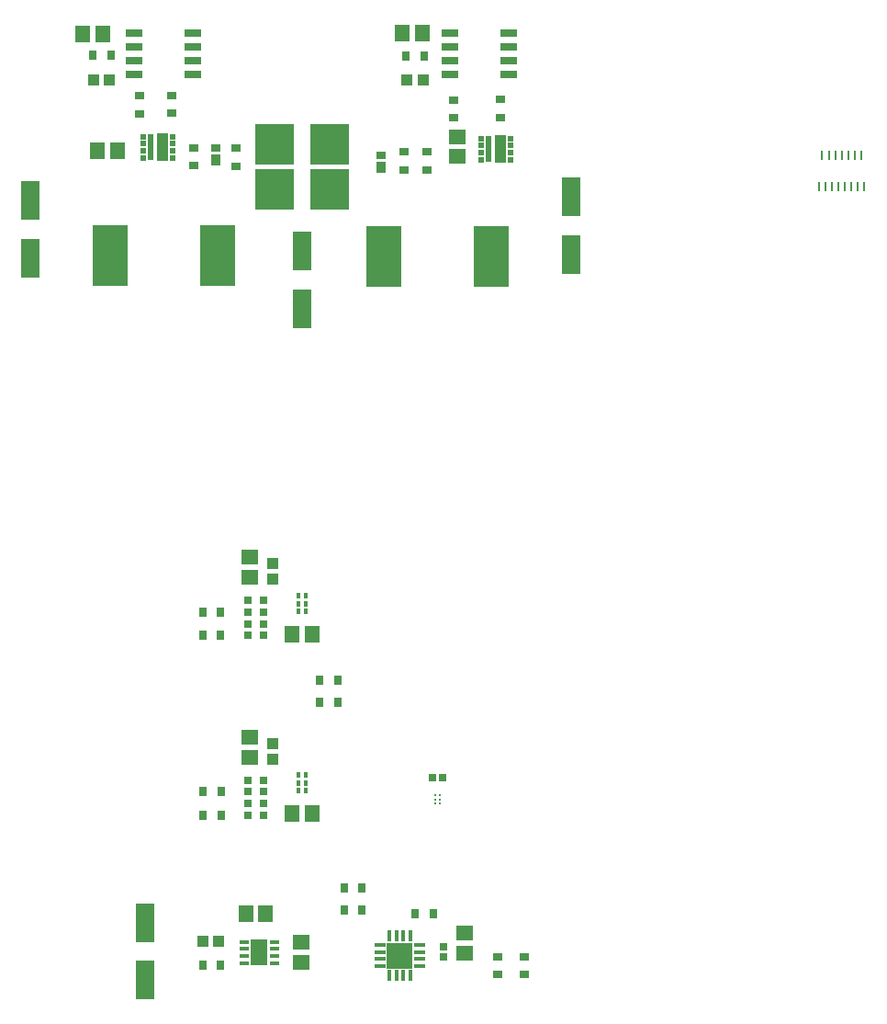
<source format=gtp>
G04*
G04 #@! TF.GenerationSoftware,Altium Limited,Altium Designer,24.0.1 (36)*
G04*
G04 Layer_Color=8421504*
%FSLAX26Y26*%
%MOIN*%
G70*
G04*
G04 #@! TF.SameCoordinates,F42C736F-CBB7-40B1-BF54-99FABD9F894E*
G04*
G04*
G04 #@! TF.FilePolarity,Positive*
G04*
G01*
G75*
%ADD16R,0.009765X0.036143*%
%ADD17O,0.009791X0.036169*%
%ADD18R,0.067226X0.142029*%
%ADD19R,0.040830X0.038861*%
%ADD20R,0.029073X0.036947*%
%ADD21R,0.062199X0.098026*%
%ADD22R,0.036406X0.014752*%
%ADD23R,0.093319X0.093319*%
%ADD24R,0.042353X0.014794*%
%ADD25R,0.014794X0.042353*%
%ADD26R,0.036947X0.029073*%
%ADD27R,0.059721X0.053816*%
%ADD28R,0.029691X0.028116*%
%ADD29R,0.018581X0.018581*%
%ADD30R,0.043596X0.099266*%
%ADD31R,0.023899X0.098230*%
%ADD32R,0.032875X0.026969*%
%ADD33R,0.033242X0.043084*%
%ADD34R,0.041292X0.041292*%
%ADD35C,0.008803*%
%ADD36R,0.028116X0.029691*%
%ADD37R,0.028928X0.029912*%
%ADD38R,0.041292X0.041292*%
%ADD39R,0.016602X0.020539*%
%ADD40R,0.053816X0.059721*%
%ADD41R,0.061889X0.029409*%
%ADD42R,0.144569X0.146537*%
%ADD43R,0.129629X0.220180*%
D16*
X3647638Y3286339D02*
D03*
D17*
X3671260D02*
D03*
X3694882D02*
D03*
X3718504D02*
D03*
X3742126D02*
D03*
X3765748D02*
D03*
X3789370D02*
D03*
X3812992D02*
D03*
X3659449Y3396575D02*
D03*
X3683071D02*
D03*
X3706693D02*
D03*
X3730315D02*
D03*
X3753937D02*
D03*
X3777559D02*
D03*
X3801181D02*
D03*
D18*
X1200787Y616142D02*
D03*
Y407480D02*
D03*
X2747043Y3246801D02*
D03*
Y3038140D02*
D03*
X785000Y3234252D02*
D03*
Y3025591D02*
D03*
X1771653Y3051181D02*
D03*
Y2842520D02*
D03*
D19*
X1467915Y548590D02*
D03*
X1410041D02*
D03*
D20*
X1475159Y459746D02*
D03*
X1410041D02*
D03*
X2246968Y647638D02*
D03*
X2181850D02*
D03*
X2213911Y3756999D02*
D03*
X2148793D02*
D03*
X1475978Y1657313D02*
D03*
X1410860D02*
D03*
X1474944Y1741958D02*
D03*
X1409826D02*
D03*
X1835885Y1415809D02*
D03*
X1901003D02*
D03*
X1835885Y1495137D02*
D03*
X1901003D02*
D03*
X1476884Y1090082D02*
D03*
X1411766D02*
D03*
X1477789Y1005436D02*
D03*
X1412671D02*
D03*
X1989419Y740730D02*
D03*
X1924301D02*
D03*
X1989419Y661401D02*
D03*
X1924301D02*
D03*
X1076479Y3759843D02*
D03*
X1011361D02*
D03*
D21*
X1615876Y507537D02*
D03*
D22*
X1670797Y469151D02*
D03*
Y494741D02*
D03*
Y520332D02*
D03*
Y545923D02*
D03*
X1560954Y469151D02*
D03*
Y494741D02*
D03*
Y520332D02*
D03*
Y545923D02*
D03*
D23*
X2125984Y496063D02*
D03*
D24*
X2198819Y534449D02*
D03*
Y508858D02*
D03*
Y483268D02*
D03*
Y457677D02*
D03*
X2053150D02*
D03*
Y483268D02*
D03*
Y508858D02*
D03*
Y534449D02*
D03*
D25*
X2164370Y423228D02*
D03*
X2138780D02*
D03*
X2113189D02*
D03*
X2087598D02*
D03*
Y568898D02*
D03*
X2113189D02*
D03*
X2138780D02*
D03*
X2164370D02*
D03*
D26*
X2578740Y492305D02*
D03*
Y427187D02*
D03*
X2480315Y492305D02*
D03*
Y427187D02*
D03*
X2490755Y3600108D02*
D03*
Y3534990D02*
D03*
X2322835Y3599202D02*
D03*
Y3534084D02*
D03*
X2224409Y3345937D02*
D03*
Y3411055D02*
D03*
X2141981Y3411055D02*
D03*
Y3345937D02*
D03*
X1299213Y3614173D02*
D03*
Y3550118D02*
D03*
X1181983Y3614173D02*
D03*
Y3548431D02*
D03*
X1533020Y3358760D02*
D03*
Y3423878D02*
D03*
X1377953Y3425197D02*
D03*
Y3360079D02*
D03*
D27*
X2362205Y577061D02*
D03*
Y504068D02*
D03*
X2334646Y3466161D02*
D03*
Y3393169D02*
D03*
X1769419Y470755D02*
D03*
Y543747D02*
D03*
X1582618Y1939764D02*
D03*
Y1866772D02*
D03*
Y1287887D02*
D03*
Y1214895D02*
D03*
D28*
X2283465Y526575D02*
D03*
Y491142D02*
D03*
D29*
X2420097Y3458662D02*
D03*
Y3433071D02*
D03*
Y3407480D02*
D03*
Y3381890D02*
D03*
X2529230D02*
D03*
Y3407480D02*
D03*
Y3433071D02*
D03*
Y3458662D02*
D03*
X1193465Y3465370D02*
D03*
Y3439779D02*
D03*
Y3414189D02*
D03*
Y3388598D02*
D03*
X1302598D02*
D03*
Y3414189D02*
D03*
Y3439779D02*
D03*
Y3465370D02*
D03*
D30*
X2491750Y3420276D02*
D03*
X1265118Y3426984D02*
D03*
D31*
X2448246Y3420276D02*
D03*
X1221614Y3426984D02*
D03*
D32*
X2057549Y3397638D02*
D03*
X1456693Y3423878D02*
D03*
D33*
X2057549Y3356299D02*
D03*
X1456693Y3382540D02*
D03*
D34*
X2152729Y3671260D02*
D03*
X2209974D02*
D03*
X1015298D02*
D03*
X1072542D02*
D03*
D35*
X2255214Y1047215D02*
D03*
Y1062963D02*
D03*
Y1078711D02*
D03*
X2270962Y1047215D02*
D03*
Y1062963D02*
D03*
Y1078711D02*
D03*
D36*
X2281500Y1140925D02*
D03*
X2246067D02*
D03*
D37*
X1575384Y1657313D02*
D03*
Y1699636D02*
D03*
Y1741958D02*
D03*
Y1784281D02*
D03*
X1630502D02*
D03*
Y1741958D02*
D03*
Y1699636D02*
D03*
Y1657313D02*
D03*
X1575384Y1005436D02*
D03*
Y1047759D02*
D03*
Y1090082D02*
D03*
Y1132404D02*
D03*
X1630502D02*
D03*
Y1090082D02*
D03*
Y1047759D02*
D03*
Y1005436D02*
D03*
D38*
X1663966Y1860866D02*
D03*
Y1918110D02*
D03*
Y1208989D02*
D03*
Y1266233D02*
D03*
D39*
X1785433Y1800197D02*
D03*
Y1771653D02*
D03*
Y1743110D02*
D03*
X1757874D02*
D03*
Y1771653D02*
D03*
Y1800197D02*
D03*
X1785433Y1150591D02*
D03*
Y1122047D02*
D03*
Y1093504D02*
D03*
X1757874D02*
D03*
Y1122047D02*
D03*
Y1150591D02*
D03*
D40*
X1735158Y1660266D02*
D03*
X1808150D02*
D03*
X1735158Y1010659D02*
D03*
X1808150D02*
D03*
X2134999Y3842716D02*
D03*
X2207992D02*
D03*
X973960Y3838750D02*
D03*
X1046952D02*
D03*
X1027109Y3415094D02*
D03*
X1100101D02*
D03*
X1639515Y647638D02*
D03*
X1566523D02*
D03*
D41*
X2520755Y3842716D02*
D03*
Y3792716D02*
D03*
Y3742716D02*
D03*
Y3692716D02*
D03*
X2307212D02*
D03*
Y3742716D02*
D03*
Y3792716D02*
D03*
Y3842716D02*
D03*
X1375386D02*
D03*
Y3792716D02*
D03*
Y3742716D02*
D03*
Y3692716D02*
D03*
X1161842D02*
D03*
Y3742716D02*
D03*
Y3792716D02*
D03*
Y3842716D02*
D03*
D42*
X1870079Y3437683D02*
D03*
Y3274297D02*
D03*
X1670440Y3437683D02*
D03*
Y3274297D02*
D03*
D43*
X2066929Y3031496D02*
D03*
X2456693D02*
D03*
X1463165Y3035433D02*
D03*
X1073401D02*
D03*
M02*

</source>
